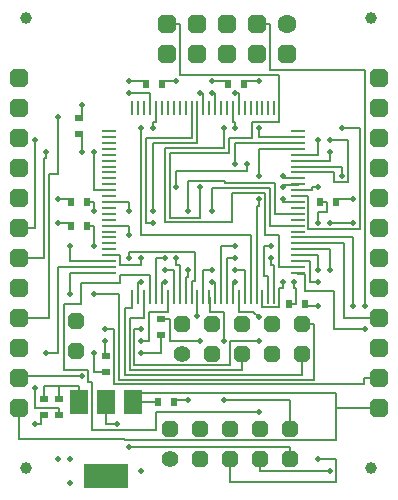
<source format=gbl>
%FSLAX44Y44*%
%MOMM*%
G71*
G01*
G75*
G04 Layer_Physical_Order=4*
G04 Layer_Color=16711680*
%ADD10R,0.8000X0.6000*%
%ADD11C,0.2000*%
G04:AMPARAMS|DCode=12|XSize=1.4mm|YSize=1.4mm|CornerRadius=0mm|HoleSize=0mm|Usage=FLASHONLY|Rotation=270.000|XOffset=0mm|YOffset=0mm|HoleType=Round|Shape=Octagon|*
%AMOCTAGOND12*
4,1,8,-0.3500,-0.7000,0.3500,-0.7000,0.7000,-0.3500,0.7000,0.3500,0.3500,0.7000,-0.3500,0.7000,-0.7000,0.3500,-0.7000,-0.3500,-0.3500,-0.7000,0.0*
%
%ADD12OCTAGOND12*%

G04:AMPARAMS|DCode=13|XSize=1.4mm|YSize=1.4mm|CornerRadius=0mm|HoleSize=0mm|Usage=FLASHONLY|Rotation=0.000|XOffset=0mm|YOffset=0mm|HoleType=Round|Shape=Octagon|*
%AMOCTAGOND13*
4,1,8,0.7000,-0.3500,0.7000,0.3500,0.3500,0.7000,-0.3500,0.7000,-0.7000,0.3500,-0.7000,-0.3500,-0.3500,-0.7000,0.3500,-0.7000,0.7000,-0.3500,0.0*
%
%ADD13OCTAGOND13*%

%ADD14C,1.4000*%
G04:AMPARAMS|DCode=15|XSize=1.6002mm|YSize=1.6002mm|CornerRadius=0mm|HoleSize=0mm|Usage=FLASHONLY|Rotation=270.000|XOffset=0mm|YOffset=0mm|HoleType=Round|Shape=Octagon|*
%AMOCTAGOND15*
4,1,8,-0.4001,-0.8001,0.4001,-0.8001,0.8001,-0.4001,0.8001,0.4001,0.4001,0.8001,-0.4001,0.8001,-0.8001,0.4001,-0.8001,-0.4001,-0.4001,-0.8001,0.0*
%
%ADD15OCTAGOND15*%

%ADD16C,1.0000*%
G04:AMPARAMS|DCode=17|XSize=1.6002mm|YSize=1.6002mm|CornerRadius=0mm|HoleSize=0mm|Usage=FLASHONLY|Rotation=180.000|XOffset=0mm|YOffset=0mm|HoleType=Round|Shape=Octagon|*
%AMOCTAGOND17*
4,1,8,-0.8001,0.4001,-0.8001,-0.4001,-0.4001,-0.8001,0.4001,-0.8001,0.8001,-0.4001,0.8001,0.4001,0.4001,0.8001,-0.4001,0.8001,-0.8001,0.4001,0.0*
%
%ADD17OCTAGOND17*%

%ADD18C,1.6002*%
%ADD19C,0.5000*%
%ADD20C,1.0160*%
%ADD21C,2.0160*%
%ADD22C,1.9304*%
G04:AMPARAMS|DCode=23|XSize=2.4384mm|YSize=2.4384mm|CornerRadius=0mm|HoleSize=0mm|Usage=FLASHONLY|Rotation=0.000|XOffset=0mm|YOffset=0mm|HoleType=Round|Shape=Relief|Width=0.254mm|Gap=0.254mm|Entries=4|*
%AMTHD23*
7,0,0,2.4384,1.9304,0.2540,45*
%
%ADD23THD23*%
G04:AMPARAMS|DCode=24|XSize=2.524mm|YSize=2.524mm|CornerRadius=0mm|HoleSize=0mm|Usage=FLASHONLY|Rotation=0.000|XOffset=0mm|YOffset=0mm|HoleType=Round|Shape=Relief|Width=0.254mm|Gap=0.254mm|Entries=4|*
%AMTHD24*
7,0,0,2.5240,2.0160,0.2540,45*
%
%ADD24THD24*%
%ADD25C,3.0160*%
%ADD26C,1.9160*%
G04:AMPARAMS|DCode=27|XSize=2.424mm|YSize=2.424mm|CornerRadius=0mm|HoleSize=0mm|Usage=FLASHONLY|Rotation=0.000|XOffset=0mm|YOffset=0mm|HoleType=Round|Shape=Relief|Width=0.254mm|Gap=0.254mm|Entries=4|*
%AMTHD27*
7,0,0,2.4240,1.9160,0.2540,45*
%
%ADD27THD27*%
G04:AMPARAMS|DCode=28|XSize=1.724mm|YSize=1.724mm|CornerRadius=0mm|HoleSize=0mm|Usage=FLASHONLY|Rotation=0.000|XOffset=0mm|YOffset=0mm|HoleType=Round|Shape=Relief|Width=0.254mm|Gap=0.254mm|Entries=4|*
%AMTHD28*
7,0,0,1.7240,1.2160,0.2540,45*
%
%ADD28THD28*%
%ADD29C,1.2160*%
%ADD30R,0.6000X0.8000*%
%ADD31R,1.1998X0.2498*%
%ADD32R,0.2498X1.1998*%
%ADD33R,3.8100X2.0066*%
%ADD34R,1.4986X2.0066*%
D10*
X34290Y69596D02*
D03*
Y83058D02*
D03*
X46990Y69596D02*
D03*
Y83058D02*
D03*
X86360Y119888D02*
D03*
Y106426D02*
D03*
X63500Y308102D02*
D03*
Y321564D02*
D03*
X133350Y137922D02*
D03*
Y151384D02*
D03*
D11*
X211159Y157353D02*
X215959Y152553D01*
X199059Y157353D02*
X211159D01*
X163830Y153670D02*
Y170180D01*
X163849Y170199D01*
X248851Y205199D02*
X265958D01*
Y192553D02*
Y205199D01*
X214630Y401320D02*
X225659D01*
Y362053D02*
Y401320D01*
Y362053D02*
X305958D01*
Y162553D02*
Y362053D01*
X248851Y188953D02*
Y190200D01*
Y188953D02*
X254858D01*
Y174853D02*
Y188953D01*
Y174853D02*
X279458D01*
Y142553D02*
Y174853D01*
Y142553D02*
X305958D01*
X138430Y401320D02*
X149459D01*
Y358053D02*
Y401320D01*
Y358053D02*
X233158D01*
Y318053D02*
Y358053D01*
X209659Y318053D02*
X233158D01*
X209659Y304253D02*
Y318053D01*
X190559Y304253D02*
X209659D01*
X190559Y292053D02*
Y304253D01*
X140459Y292053D02*
X190559D01*
X140459Y237053D02*
Y292053D01*
Y237053D02*
X165959D01*
Y262553D01*
X248851Y200200D02*
X258859D01*
Y182553D02*
Y200200D01*
Y182553D02*
X265958D01*
X63754Y81026D02*
Y94065D01*
X46990D02*
X63754D01*
X46990Y83058D02*
Y94065D01*
X34290Y83058D02*
Y94065D01*
X46990D01*
X178850Y170199D02*
Y182553D01*
X175959D02*
X178850D01*
X163849Y300120D02*
Y330201D01*
X125959Y300120D02*
X163849D01*
X125959Y242553D02*
Y300120D01*
X168850Y170199D02*
Y192553D01*
X175959D01*
X158850Y304153D02*
Y330201D01*
X120459Y304153D02*
X158850D01*
X120459Y232553D02*
Y304153D01*
Y232553D02*
X125959D01*
X168659Y330201D02*
X168850D01*
X168659D02*
Y342553D01*
X165959D02*
X168659D01*
X248851Y264953D02*
Y265201D01*
X235958Y264953D02*
X248851D01*
X235958Y262553D02*
Y264953D01*
X248851Y260200D02*
Y260353D01*
X260459D01*
Y262553D01*
X265958D01*
X193851Y330201D02*
X194059D01*
Y318053D02*
Y330201D01*
Y318053D02*
X195959D01*
Y312553D02*
Y318053D01*
X123659Y330201D02*
X123849D01*
X123659D02*
Y342553D01*
X105959D02*
X123659D01*
X198850Y170199D02*
X199059D01*
Y157353D02*
Y170199D01*
X128850D02*
Y202553D01*
X135959D01*
X88849Y260200D02*
Y260353D01*
X75959D02*
X88849D01*
X75959D02*
Y292553D01*
X173851Y170199D02*
X174059D01*
Y157353D02*
Y170199D01*
Y157353D02*
X186559D01*
Y138053D02*
Y157353D01*
X185959Y138053D02*
X186559D01*
X185959Y132553D02*
Y138053D01*
X254508Y162553D02*
Y163830D01*
Y162553D02*
X265958D01*
X56642Y250190D02*
Y252553D01*
X45959D02*
X56642D01*
X85959Y119888D02*
X86360D01*
X85959D02*
Y132553D01*
X144018Y81280D02*
Y82553D01*
X155959D01*
X56642Y229870D02*
Y232553D01*
X45959D02*
X56642D01*
X31359Y69596D02*
X34290D01*
X31359Y62553D02*
Y69596D01*
X25959Y62553D02*
X31359D01*
X189992Y350520D02*
Y352553D01*
X175959D02*
X189992D01*
X120142Y350520D02*
Y352553D01*
X105959D02*
X120142D01*
X281178Y250190D02*
Y252553D01*
X295958D01*
X63500Y308102D02*
X65959D01*
Y292553D02*
Y308102D01*
X133350Y122553D02*
Y137922D01*
X115959Y122553D02*
X133350D01*
X232859Y195199D02*
X248851D01*
X232859D02*
Y222053D01*
X221459D02*
X232859D01*
X221459D02*
Y258053D01*
X193459D02*
X221459D01*
X193459Y233053D02*
Y258053D01*
X136459Y233053D02*
X193459D01*
X136459D02*
Y296053D01*
X185959D01*
Y312553D01*
X110451Y142553D02*
X115959D01*
X110451Y111916D02*
Y142553D01*
Y111916D02*
X191469D01*
Y132553D01*
X215959D01*
X88849Y205199D02*
X97857D01*
Y197052D02*
Y205199D01*
Y197052D02*
X115959D01*
Y202553D01*
X55959Y200200D02*
X88849D01*
X55959D02*
Y212553D01*
X45959Y195199D02*
X88849D01*
X45959Y122553D02*
Y195199D01*
X35959Y122553D02*
X45959D01*
X252730Y147320D02*
X262759D01*
Y99853D02*
Y147320D01*
X97459Y99853D02*
X262759D01*
X97459D02*
Y172553D01*
X75959D02*
X97459D01*
X55959Y190200D02*
X88849D01*
X55959Y172553D02*
Y190200D01*
X108850Y160053D02*
Y170199D01*
X102359Y160053D02*
X108850D01*
X102359Y103880D02*
Y160053D01*
Y103880D02*
X252730D01*
Y121920D01*
X113849Y170199D02*
Y182553D01*
X115959D01*
X118850Y152053D02*
Y170199D01*
X106433Y152053D02*
X118850D01*
X106433Y107898D02*
Y152053D01*
Y107898D02*
X201930D01*
Y121920D01*
X123849Y170199D02*
Y188053D01*
X97859D02*
X123849D01*
X97859Y182053D02*
Y188053D01*
X65459Y182053D02*
X97859D01*
X65459Y163953D02*
Y182053D01*
X50959Y163953D02*
X65459D01*
X50959Y108053D02*
Y163953D01*
Y108053D02*
X71459D01*
Y98153D02*
Y108053D01*
Y98153D02*
X74259D01*
Y57053D02*
Y98153D01*
Y57053D02*
X128559D01*
Y72553D01*
X215959D01*
X138850Y157453D02*
Y170199D01*
X122859Y157453D02*
X138850D01*
X122859Y132553D02*
Y157453D01*
X115959Y132553D02*
X122859D01*
X143849Y170199D02*
Y192553D01*
X135959D02*
X143849D01*
X148850Y170199D02*
Y197053D01*
X145959D02*
X148850D01*
X145959D02*
Y202553D01*
X242570Y58420D02*
Y82553D01*
X185959D02*
X242570D01*
X153849Y170199D02*
Y187053D01*
X155959D01*
Y192553D01*
X242570Y33020D02*
Y43053D01*
X111459D02*
X242570D01*
X111459Y42553D02*
Y43053D01*
X105959Y42553D02*
X111459D01*
X158850Y170199D02*
Y183253D01*
X161459D01*
Y208053D01*
X105959D02*
X161459D01*
X105959Y202553D02*
Y208053D01*
X217170Y22553D02*
Y33020D01*
Y22553D02*
X275958D01*
X183851Y170199D02*
Y212553D01*
X195959D01*
X191770Y13053D02*
Y33020D01*
Y13053D02*
X281458D01*
Y32553D01*
X265958D02*
X281458D01*
X188850Y170199D02*
Y202553D01*
X195959D01*
X193851Y170199D02*
Y182553D01*
X195959D01*
X208850Y170199D02*
Y222053D01*
X115959D02*
X208850D01*
X115959D02*
Y312553D01*
X213851Y170199D02*
Y247053D01*
X215959D01*
Y252553D01*
X275958Y232553D02*
X295958D01*
X218850Y161153D02*
Y170199D01*
Y161153D02*
X233158D01*
Y177053D01*
X235958D01*
Y182553D01*
X223851Y170199D02*
Y187253D01*
X220459D02*
X223851D01*
X220459D02*
Y212553D01*
X225959D01*
X228850Y170199D02*
Y197053D01*
X225959D02*
X228850D01*
X225959D02*
Y202553D01*
X248851Y210200D02*
X275958D01*
Y192553D02*
Y210200D01*
X248851Y215199D02*
X287558D01*
Y152400D02*
Y215199D01*
Y152400D02*
X317500D01*
X248851Y220200D02*
X295958D01*
Y162553D02*
Y220200D01*
X304558Y101600D02*
X317500D01*
X304558Y95853D02*
Y101600D01*
X93459Y95853D02*
X304558D01*
X93459D02*
Y142553D01*
X85959D02*
X93459D01*
X225492Y230200D02*
X248851D01*
X225492D02*
Y262079D01*
X175959D02*
X225492D01*
X175959Y242553D02*
Y262079D01*
X12700Y101600D02*
Y102553D01*
X65959D01*
X229559Y240200D02*
X248851D01*
X229559D02*
Y266153D01*
X187459D02*
X229559D01*
X187459D02*
Y268053D01*
X155959D02*
X187459D01*
X155959Y242553D02*
Y268053D01*
X205959Y276153D02*
Y282553D01*
X145959Y276153D02*
X205959D01*
X145959Y262553D02*
Y276153D01*
X248851Y255201D02*
X257859D01*
Y227053D02*
Y255201D01*
Y227053D02*
X301458D01*
Y312553D01*
X285958D02*
X301458D01*
X12700Y152400D02*
X37959D01*
Y274053D01*
X45959D01*
Y322553D01*
X248851Y275201D02*
X279258D01*
Y267053D02*
Y275201D01*
Y267053D02*
X291458D01*
Y302553D01*
X275958D02*
X291458D01*
X248851Y280200D02*
X285958D01*
Y272553D02*
Y280200D01*
X281464Y76200D02*
X317500D01*
X12700Y49153D02*
Y76200D01*
Y49153D02*
X102259D01*
Y48353D02*
Y49153D01*
Y48353D02*
X281464D01*
Y76200D01*
X120059Y81280D02*
X130556D01*
X120059Y81026D02*
Y81280D01*
X109474Y81026D02*
X120059D01*
X281464Y76200D02*
Y88353D01*
X109474D02*
X281464D01*
X109474Y81026D02*
Y88353D01*
X12700Y203200D02*
X33959D01*
Y287053D01*
X35959D01*
Y292553D01*
X248851Y285201D02*
X275958D01*
Y292553D01*
X12700Y228600D02*
X25959D01*
Y302553D01*
X248851Y290200D02*
X265958D01*
Y302553D01*
X133849Y170199D02*
Y182553D01*
X135959D01*
X178850Y330201D02*
Y342553D01*
X175959D02*
X178850D01*
X198850Y330201D02*
Y342553D01*
X195959D02*
X198850D01*
X235958Y250200D02*
X248851D01*
X235958D02*
Y252553D01*
Y270200D02*
X248851D01*
X235958D02*
Y272553D01*
X128850Y318053D02*
Y330201D01*
X125959Y318053D02*
X128850D01*
X125959Y312553D02*
Y318053D01*
X88849Y230200D02*
X105959D01*
Y222553D02*
Y230200D01*
X88849Y250200D02*
X105959D01*
Y242553D02*
Y250200D01*
X203851Y170199D02*
Y192553D01*
X195959D02*
X203851D01*
X86614Y62553D02*
Y81026D01*
Y62553D02*
X95959D01*
X63500Y321564D02*
X65959D01*
Y332553D01*
X70104Y250190D02*
X76159D01*
Y242553D02*
Y250190D01*
X75959Y242553D02*
X76159D01*
X133604Y350520D02*
Y352553D01*
X145959D01*
X203454Y350520D02*
Y352553D01*
X215959D01*
X267716Y250190D02*
X273759D01*
Y242053D02*
Y250190D01*
X265958Y242053D02*
X273759D01*
X265958Y232553D02*
Y242053D01*
X70104Y229870D02*
X76159D01*
Y218053D02*
Y229870D01*
X75959Y218053D02*
X76159D01*
X75959Y212553D02*
Y218053D01*
X241046Y163830D02*
X247059D01*
Y177053D01*
X245958D02*
X247059D01*
X245958D02*
Y182553D01*
X75959Y106426D02*
X86360D01*
X75959D02*
Y122553D01*
X46990Y69596D02*
Y75653D01*
X25959D02*
X46990D01*
X25959D02*
Y92553D01*
X133350Y151384D02*
X140359D01*
Y132553D02*
Y151384D01*
Y132553D02*
X165959D01*
X215959Y295201D02*
X248851D01*
X215959Y272553D02*
Y295201D01*
X195959Y300200D02*
X248851D01*
X195959Y282553D02*
Y300200D01*
X215959Y305201D02*
X248851D01*
X215959D02*
Y312553D01*
D12*
X60960Y124460D02*
D03*
Y149860D02*
D03*
D13*
X242570Y58420D02*
D03*
Y33020D02*
D03*
X217170Y58420D02*
D03*
Y33020D02*
D03*
X191770Y58420D02*
D03*
Y33020D02*
D03*
X166370Y58420D02*
D03*
Y33020D02*
D03*
X140970Y58420D02*
D03*
X252730Y147320D02*
D03*
Y121920D02*
D03*
X227330Y147320D02*
D03*
Y121920D02*
D03*
X201930Y147320D02*
D03*
Y121920D02*
D03*
X176530Y147320D02*
D03*
Y121920D02*
D03*
X151130Y147320D02*
D03*
D14*
X140970Y33020D02*
D03*
X151130Y121920D02*
D03*
D15*
X317500Y76200D02*
D03*
Y101600D02*
D03*
Y127000D02*
D03*
Y152400D02*
D03*
Y177800D02*
D03*
Y203200D02*
D03*
Y228600D02*
D03*
Y254000D02*
D03*
Y279400D02*
D03*
Y304800D02*
D03*
Y330200D02*
D03*
Y355600D02*
D03*
X12700Y76200D02*
D03*
Y101600D02*
D03*
Y127000D02*
D03*
Y152400D02*
D03*
Y177800D02*
D03*
Y203200D02*
D03*
Y228600D02*
D03*
Y254000D02*
D03*
Y279400D02*
D03*
Y304800D02*
D03*
Y330200D02*
D03*
Y355600D02*
D03*
D16*
X311150Y406400D02*
D03*
X19050D02*
D03*
X310896Y25400D02*
D03*
X19050D02*
D03*
D17*
X138430Y375920D02*
D03*
Y401320D02*
D03*
X163830Y375920D02*
D03*
Y401320D02*
D03*
X189230Y375920D02*
D03*
Y401320D02*
D03*
X214630Y375920D02*
D03*
Y401320D02*
D03*
X240030Y375920D02*
D03*
D18*
Y401320D02*
D03*
D19*
X163830Y153670D02*
D03*
X265958Y192553D02*
D03*
X305958Y162553D02*
D03*
Y142553D02*
D03*
X165959Y262553D02*
D03*
X265958Y182553D02*
D03*
X175959D02*
D03*
X125959Y242553D02*
D03*
X175959Y192553D02*
D03*
X125959Y232553D02*
D03*
X165959Y342553D02*
D03*
X235958Y262553D02*
D03*
X265958D02*
D03*
X195959Y312553D02*
D03*
X105959Y342553D02*
D03*
X215959Y152553D02*
D03*
X135959Y202553D02*
D03*
X75959Y292553D02*
D03*
X185959Y132553D02*
D03*
X265958Y162553D02*
D03*
X45959Y252553D02*
D03*
X85959Y132553D02*
D03*
X155959Y82553D02*
D03*
X45959Y232553D02*
D03*
X55959Y32553D02*
D03*
X25959Y62553D02*
D03*
X175959Y352553D02*
D03*
X105959D02*
D03*
X295958Y252553D02*
D03*
X45959Y32553D02*
D03*
X65959Y292553D02*
D03*
X115959Y122553D02*
D03*
X55959Y12553D02*
D03*
X115959Y22553D02*
D03*
X185959Y312553D02*
D03*
X215959Y132553D02*
D03*
X115959Y142553D02*
D03*
Y202553D02*
D03*
X55959Y212553D02*
D03*
X35959Y122553D02*
D03*
X75959Y172553D02*
D03*
X55959D02*
D03*
X115959Y182553D02*
D03*
X215959Y72553D02*
D03*
X115959Y132553D02*
D03*
X135959Y192553D02*
D03*
X145959Y202553D02*
D03*
X185959Y82553D02*
D03*
X155959Y192553D02*
D03*
X105959Y42553D02*
D03*
Y202553D02*
D03*
X275958Y22553D02*
D03*
X195959Y212553D02*
D03*
X265958Y32553D02*
D03*
X195959Y202553D02*
D03*
Y182553D02*
D03*
X115959Y312553D02*
D03*
X215959Y252553D02*
D03*
X295958Y232553D02*
D03*
X275958D02*
D03*
X235958Y182553D02*
D03*
X225959Y212553D02*
D03*
Y202553D02*
D03*
X275958Y192553D02*
D03*
X295958Y162553D02*
D03*
X85959Y142553D02*
D03*
X175959Y242553D02*
D03*
X65959Y102553D02*
D03*
X155959Y242553D02*
D03*
X145959Y262553D02*
D03*
X205959Y282553D02*
D03*
X285958Y312553D02*
D03*
X45959Y322553D02*
D03*
X275958Y302553D02*
D03*
X285958Y272553D02*
D03*
X35959Y292553D02*
D03*
X275958D02*
D03*
X25959Y302553D02*
D03*
X265958D02*
D03*
X135959Y182553D02*
D03*
X175959Y342553D02*
D03*
X195959D02*
D03*
X235958Y252553D02*
D03*
Y272553D02*
D03*
X125959Y312553D02*
D03*
X105959Y222553D02*
D03*
Y242553D02*
D03*
X195959Y192553D02*
D03*
X95959Y62553D02*
D03*
X65959Y332553D02*
D03*
X75959Y242553D02*
D03*
X145959Y352553D02*
D03*
X215959D02*
D03*
X265958Y232553D02*
D03*
X75959Y212553D02*
D03*
X245958Y182553D02*
D03*
X75959Y122553D02*
D03*
X25959Y92553D02*
D03*
X165959Y132553D02*
D03*
X215959Y272553D02*
D03*
X195959Y282553D02*
D03*
X215959Y312553D02*
D03*
D30*
X144018Y81280D02*
D03*
X130556D02*
D03*
X189992Y350520D02*
D03*
X203454D02*
D03*
X281178Y250190D02*
D03*
X267716D02*
D03*
X254508Y163830D02*
D03*
X241046D02*
D03*
X56642Y229870D02*
D03*
X70104D02*
D03*
X120142Y350520D02*
D03*
X133604D02*
D03*
X56642Y250190D02*
D03*
X70104D02*
D03*
D31*
X248851Y310200D02*
D03*
Y305201D02*
D03*
Y300200D02*
D03*
Y295201D02*
D03*
Y290200D02*
D03*
Y285201D02*
D03*
Y280200D02*
D03*
Y275201D02*
D03*
Y270200D02*
D03*
Y265201D02*
D03*
Y260200D02*
D03*
Y255201D02*
D03*
Y250200D02*
D03*
Y245199D02*
D03*
Y240200D02*
D03*
Y235199D02*
D03*
Y230200D02*
D03*
Y225199D02*
D03*
Y220200D02*
D03*
Y215199D02*
D03*
Y210200D02*
D03*
Y205199D02*
D03*
Y200200D02*
D03*
Y195199D02*
D03*
Y190200D02*
D03*
X88849D02*
D03*
Y195199D02*
D03*
Y200200D02*
D03*
Y205199D02*
D03*
Y210200D02*
D03*
Y215199D02*
D03*
Y220200D02*
D03*
Y225199D02*
D03*
Y230200D02*
D03*
Y235199D02*
D03*
Y240200D02*
D03*
Y245199D02*
D03*
Y250200D02*
D03*
Y255201D02*
D03*
Y260200D02*
D03*
Y265201D02*
D03*
Y270200D02*
D03*
Y275201D02*
D03*
Y280200D02*
D03*
Y285201D02*
D03*
Y290200D02*
D03*
Y295201D02*
D03*
Y300200D02*
D03*
Y305201D02*
D03*
Y310200D02*
D03*
D32*
X228850Y170199D02*
D03*
X223851D02*
D03*
X218850D02*
D03*
X213851D02*
D03*
X208850D02*
D03*
X203851D02*
D03*
X198850D02*
D03*
X193851D02*
D03*
X188850D02*
D03*
X183851D02*
D03*
X178850D02*
D03*
X173851D02*
D03*
X168850D02*
D03*
X163849D02*
D03*
X158850D02*
D03*
X153849D02*
D03*
X148850D02*
D03*
X143849D02*
D03*
X138850D02*
D03*
X133849D02*
D03*
X128850D02*
D03*
X123849D02*
D03*
X118850D02*
D03*
X113849D02*
D03*
X108850D02*
D03*
Y330201D02*
D03*
X113849D02*
D03*
X118850D02*
D03*
X123849D02*
D03*
X128850D02*
D03*
X133849D02*
D03*
X138850D02*
D03*
X143849D02*
D03*
X148850D02*
D03*
X153849D02*
D03*
X158850D02*
D03*
X163849D02*
D03*
X168850D02*
D03*
X173851D02*
D03*
X178850D02*
D03*
X183851D02*
D03*
X188850D02*
D03*
X193851D02*
D03*
X198850D02*
D03*
X203851D02*
D03*
X208850D02*
D03*
X213851D02*
D03*
X218850D02*
D03*
X223851D02*
D03*
X228850D02*
D03*
D33*
X86360Y18034D02*
D03*
D34*
X109474Y81026D02*
D03*
X86614D02*
D03*
X63754D02*
D03*
M02*

</source>
